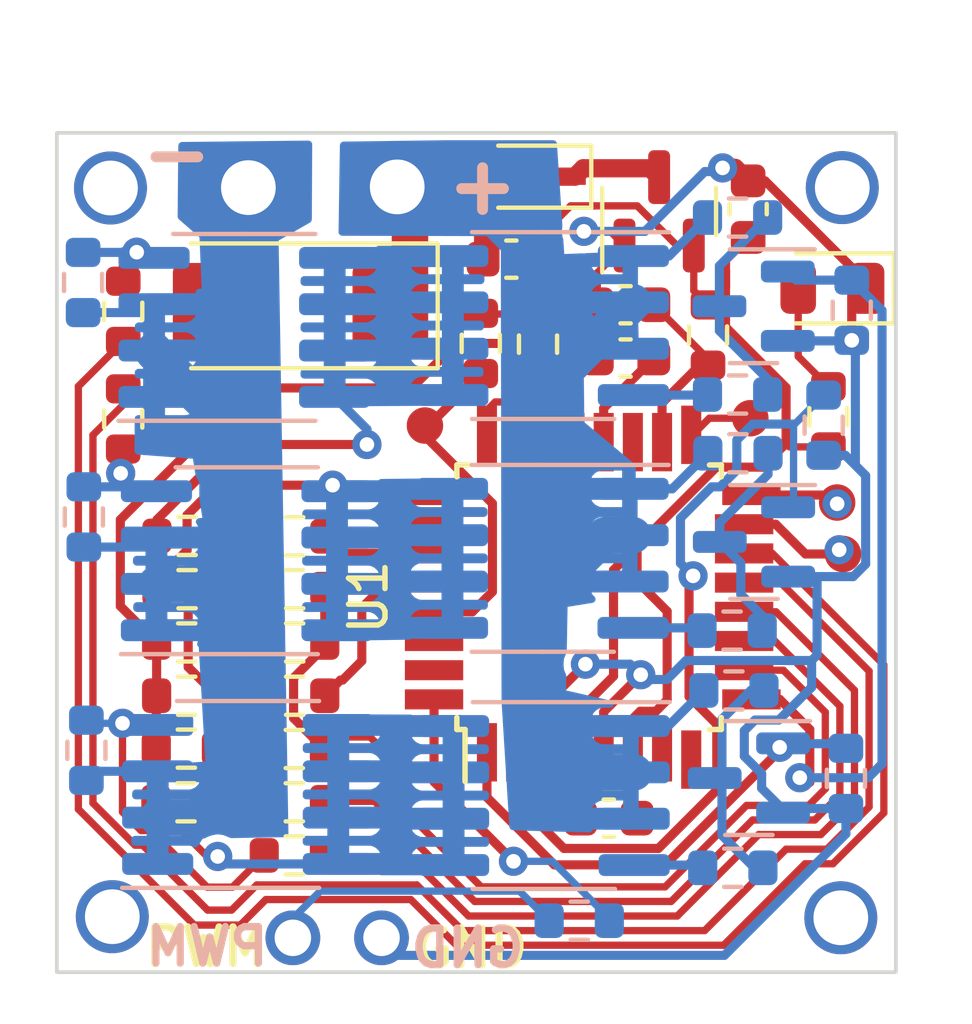
<source format=kicad_pcb>
(kicad_pcb (version 20211014) (generator pcbnew)
  (layers (0 "F.Cu" signal) (31 "B.Cu" signal) (34 "B.Paste" user) (35 "F.Paste" user) (36 "B.SilkS" user "B.Silkscreen") (37 "F.SilkS" user "F.Silkscreen") (38 "B.Mask" user) (39 "F.Mask" user) (44 "Edge.Cuts" user))
  (net 0 "")
  (net 1 "VCC")
  (net 2 "GND")
  (net 3 "Net-(C2-Pad1)")
  (net 4 "+5V")
  (net 5 "Net-(C4-Pad1)")
  (net 6 "Net-(C5-Pad1)")
  (net 7 "Net-(D2-Pad2)")
  (net 8 "Net-(Q1-Pad3)")
  (net 9 "Net-(Q2-Pad3)")
  (net 10 "Net-(Q3-Pad3)")
  (net 11 "/Point_A")
  (net 12 "/Point_B")
  (net 13 "/PRG_RST")
  (net 14 "/ADC_3")
  (net 15 "Net-(R2-Pad2)")
  (net 16 "/ADC_0")
  (net 17 "/ADC_2")
  (net 18 "Net-(R10-Pad1)")
  (net 19 "/ADC_1")
  (net 20 "Net-(R12-Pad1)")
  (net 21 "/Point_C")
  (net 22 "Net-(R16-Pad1)")
  (net 23 "/PIN_OUT")
  (net 24 "Net-(R17-Pad2)")
  (net 25 "/PRG_MOSI")
  (net 26 "/PRG_MISO")
  (net 27 "/PRG_SCK")
  (net 28 "/OUT_A1")
  (net 29 "/OUT_B1")
  (net 30 "/PORT_B6")
  (net 31 "/PORT_B7")
  (net 32 "/OUT_C1")
  (net 33 "/OUT_A0")
  (net 34 "/OUT_B0")
  (net 35 "/OUT_C0")
  (net 38 "/V_DIV")
  (net 39 "/PORT_C2")
  (net 40 "/PORT_C3")
  (net 41 "/RXD")
  (net 42 "/TXD")
  (net 43 "Net-(Q4-Pad4)")
  (net 44 "Net-(Q5-Pad4)")
  (net 45 "Net-(Q6-Pad4)")
  (net 46 "Net-(Q7-Pad4)")
  (net 47 "Net-(Q8-Pad4)")
  (net 48 "Net-(Q9-Pad4)")
  (footprint "Resistor_SMD:R_0603_1608Metric" (layer "F.Cu") (at 38.61 35.83 90)
    (fp_text reference "R16" hide)
    (fp_text value "10k")
  )
  (footprint "Resistor_SMD:R_0603_1608Metric" (layer "F.Cu") (at 31.94 44.005 180)
    (fp_text reference "R3" hide)
    (fp_text value "33k")
  )
  (footprint "Package_TO_SOT_SMD:SOT-23" (layer "F.Cu") (at 41.93 32.19 90)
    (fp_text reference "U2" hide)
    (fp_text value "XC6206PxxxMR")
  )
  (footprint "Package_QFP:TQFP-32_7x7mm_P0.8mm" (layer "F.Cu") (at 40.01 42.765 90)
    (fp_text reference "U1")
    (fp_text value "ATmega8A-A")
  )
  (footprint "Capacitor_Tantalum_SMD:CP_EIA-6032-28_Kemet-C" (layer "F.Cu") (at 32.1 34.78 180)
    (fp_text reference "C1" hide)
    (fp_text value "C_Polarized")
  )
  (footprint "LED_SMD:LED_0805_2012Metric" (layer "F.Cu") (at 46.68 34.3 180)
    (fp_text reference "D2" hide)
    (fp_text value "LED")
  )
  (footprint "Capacitor_SMD:C_0603_1608Metric" (layer "F.Cu") (at 37.88 33.5)
    (fp_text reference "C4" hide)
    (fp_text value "0.1u")
  )
  (footprint "Resistor_SMD:R_0603_1608Metric" (layer "F.Cu") (at 31.93 46.925 180)
    (fp_text reference "R7" hide)
    (fp_text value "33k")
  )
  (footprint "Capacitor_SMD:C_0603_1608Metric" (layer "F.Cu") (at 40.55 48.82 180)
    (fp_text reference "C3" hide)
    (fp_text value "0.1u")
  )
  (footprint "Resistor_SMD:R_0603_1608Metric" (layer "F.Cu") (at 27.24 37.88 -90)
    (fp_text reference "R26" hide)
    (fp_text value "100")
  )
  (footprint "Resistor_SMD:R_0603_1608Metric" (layer "F.Cu") (at 46.57 37.82 90)
    (fp_text reference "R15" hide)
    (fp_text value "10k")
  )
  (footprint "Resistor_SMD:R_0603_1608Metric" (layer "F.Cu") (at 27.24 34.93 90)
    (fp_text reference "R29" hide)
    (fp_text value "100")
  )
  (footprint "Resistor_SMD:R_0603_1608Metric" (layer "F.Cu") (at 37.04 35.81 90)
    (fp_text reference "R1" hide)
    (fp_text value "10k")
  )
  (footprint "Resistor_SMD:R_0603_1608Metric" (layer "F.Cu") (at 28.99 42.545 180)
    (fp_text reference "R10" hide)
    (fp_text value "33k")
  )
  (footprint "Diode_SMD:D_SOD-323" (layer "F.Cu") (at 38.57 31.24 180)
    (fp_text reference "D1" hide)
    (fp_text value "BAT48JFILM")
  )
  (footprint "0_mylib:TestPoint_Pad_D1.0mm" (layer "F.Cu") (at 44.43 37.86)
    (fp_text reference "TP5" hide)
    (fp_text value "TestPoint")
  )
  (footprint "Capacitor_SMD:C_0603_1608Metric" (layer "F.Cu") (at 41.01 36.21 180)
    (fp_text reference "C2" hide)
    (fp_text value "0.1u")
  )
  (footprint "Resistor_SMD:R_0603_1608Metric" (layer "F.Cu") (at 28.97 46.915 180)
    (fp_text reference "R13" hide)
    (fp_text value "12k")
  )
  (footprint "Resistor_SMD:R_0603_1608Metric" (layer "F.Cu") (at 31.94 41.095 180)
    (fp_text reference "R4" hide)
    (fp_text value "33k")
  )
  (footprint "Resistor_SMD:R_0603_1608Metric" (layer "F.Cu") (at 28.99 41.085 180)
    (fp_text reference "R8" hide)
    (fp_text value "33k")
  )
  (footprint "Resistor_SMD:R_0603_1608Metric" (layer "F.Cu") (at 31.94 45.465 180)
    (fp_text reference "R2" hide)
    (fp_text value "33k")
  )
  (footprint "Resistor_SMD:R_0603_1608Metric" (layer "F.Cu") (at 28.96 48.385 180)
    (fp_text reference "R12" hide)
    (fp_text value "33k")
  )
  (footprint "0_mylib:TestPoint_Pad_D1.0mm" (layer "F.Cu") (at 46.81 40.17)
    (fp_text reference "TP4" hide)
    (fp_text value "TestPoint")
  )
  (footprint "0_mylib:TestPoint_Pad_D1.0mm" (layer "F.Cu") (at 35.51 38.06)
    (fp_text reference "TP1" hide)
    (fp_text value "TestPoint")
  )
  (footprint "Resistor_SMD:R_0603_1608Metric" (layer "F.Cu") (at 31.93 48.385 180)
    (fp_text reference "R6" hide)
    (fp_text value "33k")
  )
  (footprint "Capacitor_SMD:C_0603_1608Metric" (layer "F.Cu") (at 41.01 34.75 180)
    (fp_text reference "C5" hide)
    (fp_text value "0.1u")
  )
  (footprint "0_mylib:TestPoint_Pad_D1.0mm" (layer "F.Cu") (at 46.97 41.58)
    (fp_text reference "TP3" hide)
    (fp_text value "TestPoint")
  )
  (footprint "0_mylib:TestPoint_Pad_D1.0mm" (layer "F.Cu") (at 36.75 31.4)
    (fp_text reference "TP2" hide)
    (fp_text value "TestPoint")
  )
  (footprint "Capacitor_SMD:C_0603_1608Metric" (layer "F.Cu") (at 44.37 32.13 90)
    (fp_text reference "C6" hide)
    (fp_text value "0.1u")
  )
  (footprint "Resistor_SMD:R_0603_1608Metric" (layer "F.Cu") (at 28.98 45.465 180)
    (fp_text reference "R9" hide)
    (fp_text value "12k")
  )
  (footprint "Resistor_SMD:R_0603_1608Metric" (layer "F.Cu") (at 43.27 35.58 -90)
    (fp_text reference "R14" hide)
    (fp_text value "100")
  )
  (footprint "Resistor_SMD:R_0603_1608Metric" (layer "F.Cu") (at 31.93 49.84 180)
    (fp_text reference "R23" hide)
    (fp_text value "100")
  )
  (footprint "Resistor_SMD:R_0603_1608Metric" (layer "F.Cu") (at 28.98 44.005 180)
    (fp_text reference "R11" hide)
    (fp_text value "12k")
  )
  (footprint "Resistor_SMD:R_0603_1608Metric" (layer "F.Cu") (at 31.94 42.545 180)
    (fp_text reference "R5" hide)
    (fp_text value "33k")
  )
  (footprint "Package_SO:SOIC-8_3.9x4.9mm_P1.27mm" (layer "B.Cu") (at 30.625 41.765)
    (fp_text reference "Q7" hide)
    (fp_text value "FDS6630A")
  )
  (footprint "Resistor_SMD:R_0603_1608Metric" (layer "B.Cu") (at 39.74 51.63 180)
    (fp_text reference "R17" hide)
    (fp_text value "100")
  )
  (footprint "Package_TO_SOT_SMD:SOT-23" (layer "B.Cu") (at 44.52 34.79 180)
    (fp_text reference "Q3" hide)
    (fp_text value "2N7002")
  )
  (footprint "0_mylib:TestPoint_Pad_D1.0mm" (layer "B.Cu") (at 31.89 52.09 180)
    (fp_text reference "TP6" hide)
    (fp_text value "TestPoint")
  )
  (footprint "Resistor_SMD:R_0603_1608Metric" (layer "B.Cu") (at 46.44 38.05 90)
    (fp_text reference "R19" hide)
    (fp_text value "10k")
  )
  (footprint "Resistor_SMD:R_0603_1608Metric" (layer "B.Cu") (at 26.23 46.96 90)
    (fp_text reference "R30" hide)
    (fp_text value "10k")
  )
  (footprint "Package_SO:SOIC-8_3.9x4.9mm_P1.27mm" (layer "B.Cu") (at 30.66 48.17)
    (fp_text reference "Q5" hide)
    (fp_text value "FDS6630A")
  )
  (footprint "Package_SO:SOIC-8_3.9x4.9mm_P1.27mm" (layer "B.Cu") (at 30.56 35.37)
    (fp_text reference "Q9" hide)
    (fp_text value "FDS6630A")
  )
  (footprint "Resistor_SMD:R_0603_1608Metric" (layer "B.Cu") (at 44.09 38.82 180)
    (fp_text reference "R24" hide)
    (fp_text value "100")
  )
  (footprint "Resistor_SMD:R_0603_1608Metric" (layer "B.Cu") (at 44.08 37.21 180)
    (fp_text reference "R28" hide)
    (fp_text value "100")
  )
  (footprint "Resistor_SMD:R_0603_1608Metric" (layer "B.Cu") (at 43.93 43.68 180)
    (fp_text reference "R25" hide)
    (fp_text value "100")
  )
  (footprint "Resistor_SMD:R_0603_1608Metric" (layer "B.Cu") (at 47.05 47.73 90)
    (fp_text reference "R18" hide)
    (fp_text value "10k")
  )
  (footprint "Resistor_SMD:R_0603_1608Metric" (layer "B.Cu") (at 44.08 32.36 180)
    (fp_text reference "R27" hide)
    (fp_text value "100")
  )
  (footprint "Package_TO_SOT_SMD:SOT-23" (layer "B.Cu") (at 44.53 41.25 180)
    (fp_text reference "Q2" hide)
    (fp_text value "2N7002")
  )
  (footprint "Resistor_SMD:R_0603_1608Metric" (layer "B.Cu") (at 26.16 40.565 90)
    (fp_text reference "R31" hide)
    (fp_text value "10k")
  )
  (footprint "Resistor_SMD:R_0603_1608Metric" (layer "B.Cu") (at 26.14 34.14 90)
    (fp_text reference "R32" hide)
    (fp_text value "10k")
  )
  (footprint "Package_SO:SOIC-8_3.9x4.9mm_P1.27mm" (layer "B.Cu") (at 38.77 48.2 180)
    (fp_text reference "Q4" hide)
    (fp_text value "FDS9435A")
  )
  (footprint "Package_TO_SOT_SMD:SOT-23" (layer "B.Cu") (at 44.39 47.72 180)
    (fp_text reference "Q1" hide)
    (fp_text value "2N7002")
  )
  (footprint "Resistor_SMD:R_0603_1608Metric" (layer "B.Cu") (at 43.95 50.18 180)
    (fp_text reference "R22" hide)
    (fp_text value "100")
  )
  (footprint "Resistor_SMD:R_0603_1608Metric" (layer "B.Cu") (at 47.21 34.9 90)
    (fp_text reference "R20" hide)
    (fp_text value "10k")
  )
  (footprint "Package_SO:SOIC-8_3.9x4.9mm_P1.27mm" (layer "B.Cu") (at 38.74 41.7 180)
    (fp_text reference "Q6" hide)
    (fp_text value "FDS9435A")
  )
  (footprint "Package_SO:SOIC-8_3.9x4.9mm_P1.27mm" (layer "B.Cu") (at 38.75 35.32 180)
    (fp_text reference "Q8" hide)
    (fp_text value "FDS9435A")
  )
  (footprint "Resistor_SMD:R_0603_1608Metric" (layer "B.Cu") (at 43.98 45.32 180)
    (fp_text reference "R21" hide)
    (fp_text value "100")
  )
  (gr_rect (start 25.42 30.04) (end 48.42 53.04) (layer "Edge.Cuts") (width 0.1) (fill none))
  (gr_text "PWM" (at 29.54 52.34) (layer "B.SilkS") (effects (font (size 1 1) (thickness 0.2)) (justify mirror)))
  (gr_text "-" (at 28.71 30.59) (layer "B.SilkS") (effects (font (size 1.5 1.5) (thickness 0.3)) (justify mirror)))
  (gr_text "GND" (at 36.68 52.38) (layer "B.SilkS") (effects (font (size 1 1) (thickness 0.2)) (justify mirror)))
  (gr_text "+" (at 37.09 31.46) (layer "B.SilkS") (effects (font (size 1.5 1.5) (thickness 0.3)) (justify mirror)))
  (gr_text "GND" (at 36.78 52.38) (layer "F.SilkS") (effects (font (size 1 1) (thickness 0.2))))
  (gr_text "PWM" (at 29.51 52.35) (layer "F.SilkS") (effects (font (size 1 1) (thickness 0.2))))
  (via (at 26.89 31.55) (size 2) (drill 1.5) (layers "F.Cu" "B.Cu") (net 0))
  (via (at 46.91 51.55) (size 2) (drill 1.5) (layers "F.Cu" "B.Cu") (net 0))
  (via (at 46.95 31.54) (size 2) (drill 1.5) (layers "F.Cu" "B.Cu") (net 0))
  (via (at 26.94 51.52) (size 2) (drill 1.5) (layers "F.Cu" "B.Cu") (net 0))
  (segment (start 34.75 31.52) (end 34.75 32.18) (width 1) (layer "F.Cu") (net 1))
  (segment (start 37.24 31.52) (end 34.75 31.52) (width 0.25) (layer "F.Cu") (net 1))
  (segment (start 34.75 32.18) (end 35.1 32.53) (width 1) (layer "F.Cu") (net 1))
  (segment (start 37.52 31.24) (end 37.24 31.52) (width 0.25) (layer "F.Cu") (net 1))
  (segment (start 35.1 34.2425) (end 34.5625 34.78) (width 1) (layer "F.Cu") (net 1))
  (segment (start 35.1 32.53) (end 35.1 34.2425) (width 1) (layer "F.Cu") (net 1))
  (via (at 34.75 31.52) (size 2.5) (drill 1.5) (layers "F.Cu" "B.Cu") (net 1))
  (segment (start 38.81 46.82) (end 38.81 42.71) (width 1) (layer "B.Cu") (net 1))
  (segment (start 41.215 39.795) (end 42.29 39.795) (width 0.25) (layer "B.Cu") (net 1))
  (segment (start 41.245 46.295) (end 42.18 46.295) (width 0.25) (layer "B.Cu") (net 1))
  (segment (start 39.555 47.565) (end 38.81 46.82) (width 1) (layer "B.Cu") (net 1))
  (segment (start 41.245 48.835) (end 41.245 46.295) (width 0.25) (layer "B.Cu") (net 1))
  (segment (start 40.455 41.065) (end 38.81 42.71) (width 1) (layer "B.Cu") (net 1))
  (segment (start 41.225 35.955) (end 41.225 33.415) (width 0.25) (layer "B.Cu") (net 1))
  (segment (start 41.215 41.065) (end 40.455 41.065) (width 1) (layer "B.Cu") (net 1))
  (segment (start 42.2 33.415) (end 43.255 32.36) (width 0.25) (layer "B.Cu") (net 1))
  (segment (start 38.81 42.71) (end 38.81 37.1) (width 1) (layer "B.Cu") (net 1))
  (segment (start 38.81 33.772918) (end 38.81 37.1) (width 1) (layer "B.Cu") (net 1))
  (segment (start 41.215 42.335) (end 41.215 39.795) (width 0.25) (layer "B.Cu") (net 1))
  (segment (start 38.81 37.1) (end 41.225 34.685) (width 1) (layer "B.Cu") (net 1))
  (segment (start 41.245 47.565) (end 39.555 47.565) (width 1) (layer "B.Cu") (net 1))
  (segment (start 42.29 39.795) (end 43.265 38.82) (width 0.25) (layer "B.Cu") (net 1))
  (segment (start 34.75 31.52) (end 36.557082 31.52) (width 1) (layer "B.Cu") (net 1))
  (segment (start 42.18 46.295) (end 43.155 45.32) (width 0.25) (layer "B.Cu") (net 1))
  (segment (start 36.557082 31.52) (end 38.81 33.772918) (width 1) (layer "B.Cu") (net 1))
  (segment (start 41.225 33.415) (end 42.2 33.415) (width 0.25) (layer "B.Cu") (net 1))
  (segment (start 29.6375 34.78) (end 29.6375 36.1475) (width 0.25) (layer "F.Cu") (net 2))
  (segment (start 41.4255 44.89) (end 40.41 45.9055) (width 0.25) (layer "F.Cu") (net 2))
  (segment (start 30.67 31.54) (end 30.67 33.7475) (width 1) (layer "F.Cu") (net 2))
  (segment (start 47.21 33.73) (end 44.835 31.355) (width 0.25) (layer "F.Cu") (net 2))
  (segment (start 40.41 45.9055) (end 40.41 47.015) (width 0.25) (layer "F.Cu") (net 2))
  (segment (start 40.235 33.8725) (end 40.98 33.1275) (width 0.2) (layer "F.Cu") (net 2))
  (segment (start 38.81 47.855) (end 39.775 48.82) (width 0.25) (layer "F.Cu") (net 2))
  (segment (start 40.235 34.75) (end 40.235 33.8725) (width 0.2) (layer "F.Cu") (net 2))
  (segment (start 38.655 33.5) (end 40.6075 33.5) (width 0.2) (layer "F.Cu") (net 2))
  (segment (start 28.155 45.465) (end 28.145 45.475) (width 0.25) (layer "F.Cu") (net 2))
  (segment (start 40.4 36.045) (end 40.4 34.615) (width 0.25) (layer "F.Cu") (net 2))
  (segment (start 39.61 36.835) (end 40.235 36.21) (width 0.25) (layer "F.Cu") (net 2))
  (segment (start 28.145 45.475) (end 28.145 46.915) (width 0.25) (layer "F.Cu") (net 2))
  (segment (start 38.81 47.015) (end 38.81 47.855) (width 0.25) (layer "F.Cu") (net 2))
  (segment (start 35.15 37.03) (end 36.37 35.81) (width 0.25) (layer "F.Cu") (net 2))
  (segment (start 27.16 40.64) (end 30.52 37.28) (width 0.25) (layer "F.Cu") (net 2))
  (segment (start 30.67 33.7475) (end 29.6375 34.78) (width 1) (layer "F.Cu") (net 2))
  (segment (start 40.6075 33.5) (end 40.98 33.1275) (width 0.2) (layer "F.Cu") (net 2))
  (segment (start 39.61 38.515) (end 39.61 36.835) (width 0.25) (layer "F.Cu") (net 2))
  (segment (start 40.235 36.21) (end 40.4 36.045) (width 0.25) (layer "F.Cu") (net 2))
  (segment (start 28.155 44.005) (end 28.155 45.465) (width 0.25) (layer "F.Cu") (net 2))
  (segment (start 30.52 37.28) (end 30.52 37.03) (width 0.25) (layer "F.Cu") (net 2))
  (segment (start 40.591044 32.738544) (end 40.98 33.1275) (width 0.2) (layer "F.Cu") (net 2))
  (segment (start 39.835 35.81) (end 40.235 36.21) (width 0.25) (layer "F.Cu") (net 2))
  (segment (start 36.37 35.81) (end 39.835 35.81) (width 0.25) (layer "F.Cu") (net 2))
  (segment (start 44.015 31) (end 43.67 31) (width 0.5) (layer "F.Cu") (net 2))
  (segment (start 28.155 44.005) (end 27.16 43.01) (width 0.25) (layer "F.Cu") (net 2))
  (segment (start 38.81 47.015) (end 38.81 45.7) (width 0.25) (layer "F.Cu") (net 2))
  (segment (start 29.6375 36.1475) (end 30.52 37.03) (width 0.25) (layer "F.Cu") (net 2))
  (segment (start 30.52 37.03) (end 35.15 37.03) (width 0.25) (layer "F.Cu") (net 2))
  (segment (start 44.835 31.355) (end 44.37 31.355) (width 0.25) (layer "F.Cu") (net 2))
  (segment (start 44.37 31.355) (end 44.015 31) (width 0.5) (layer "F.Cu") (net 2))
  (segment (start 27.16 43.01) (end 27.16 40.64) (width 0.25) (layer "F.Cu") (net 2))
  (segment (start 38.81 45.7) (end 39.91 44.6) (width 0.25) (layer "F.Cu") (net 2))
  (segment (start 39.866525 32.738544) (end 40.591044 32.738544) (width 0.2) (layer "F.Cu") (net 2))
  (segment (start 47.21 35.725) (end 47.21 33.73) (width 0.25) (layer "F.Cu") (net 2))
  (via (at 30.67 31.54) (size 2.5) (drill 1.5) (layers "F.Cu" "B.Cu") (net 2))
  (via (at 47.21 35.725) (size 0.8) (drill 0.4) (layers "F.Cu" "B.Cu") (net 2))
  (via (at 39.866525 32.738544) (size 0.8) (drill 0.4) (layers "F.Cu" "B.Cu") (net 2))
  (via (at 34.32 52.0995) (size 1.5) (drill 1) (layers "F.Cu" "B.Cu") (net 2))
  (via (at 41.4255 44.89) (size 0.8) (drill 0.4) (layers "F.Cu" "B.Cu") (net 2))
  (via (at 43.67 31) (size 0.8) (drill 0.4) (layers "F.Cu" "B.Cu") (net 2))
  (via (at 39.91 44.6) (size 0.8) (drill 0.4) (layers "F.Cu" "B.Cu") (net 2))
  (segment (start 30.55 38.53) (end 28.085 36.065) (width 1) (layer "B.Cu") (net 2))
  (segment (start 45.212462 46.13) (end 46.11 45.232462) (width 0.25) (layer "B.Cu") (net 2))
  (segment (start 47.035 38.875) (end 46.44 38.875) (width 0.25) (layer "B.Cu") (net 2))
  (segment (start 30.55 40.98) (end 30.55 38.53) (width 1) (layer "B.Cu") (net 2))
  (segment (start 43.18 31.1) (end 41.541456 32.738544) (width 0.25) (layer "B.Cu") (net 2))
  (segment (start 28.15 41.13) (end 28.15 43.67) (width 0.25) (layer "B.Cu") (net 2))
  (segment (start 34.8005 52.58) (end 43.72 52.58) (width 0.25) (layer "B.Cu") (net 2))
  (segment (start 44.74 48) (end 44.74 47.598249) (width 0.25) (layer "B.Cu") (net 2))
  (segment (start 41.1355 44.6) (end 41.4255 44.89) (width 0.25) (layer "B.Cu") (net 2))
  (segment (start 43.57 31.1) (end 43.18 31.1) (width 0.25) (layer "B.Cu") (net 2))
  (segment (start 42.1455 45.02) (end 42.6655 44.5) (width 0.25) (layer "B.Cu") (net 2))
  (segment (start 28.185 47.535) (end 28.185 50.075) (width 0.25) (layer "B.Cu") (net 2))
  (segment (start 47.05 49.25) (end 47.05 48.555) (width 0.25) (layer "B.Cu") (net 2))
  (segment (start 28.15 42.4) (end 29.13 42.4) (width 1) (layer "B.Cu") (net 2))
  (segment (start 29.555 48.805) (end 30.55 47.81) (width 1) (layer "B.Cu") (net 2))
  (segment (start 44.74 47.598249) (end 44.265 47.123249) (width 0.25) (layer "B.Cu") (net 2))
  (segment (start 45.4675 42.2) (end 47.25 42.2) (width 0.25) (layer "B.Cu") (net 2))
  (segment (start 43.72 52.58) (end 47.05 49.25) (width 0.25) (layer "B.Cu") (net 2))
  (segment (start 30.55 47.81) (end 30.55 40.98) (width 1) (layer "B.Cu") (net 2))
  (segment (start 41.4255 44.89) (end 41.5555 45.02) (width 0.25) (layer "B.Cu") (net 2))
  (segment (start 45.4575 35.74) (end 47.195 35.74) (width 0.25) (layer "B.Cu") (net 2))
  (segment (start 45.3275 48.67) (end 45.3275 48.5875) (width 0.25) (layer "B.Cu") (net 2))
  (segment (start 42.6655 44.5) (end 46.11 44.5) (width 0.25) (layer "B.Cu") (net 2))
  (segment (start 34.32 52.0995) (end 34.8005 52.58) (width 0.25) (layer "B.Cu") (net 2))
  (segment (start 44.265 47.123249) (end 44.265 46.423249) (width 0.25) (layer "B.Cu") (net 2))
  (segment (start 47.05 48.555) (end 45.4425 48.555) (width 0.25) (layer "B.Cu") (net 2))
  (segment (start 47.195 35.74) (end 47.21 35.725) (width 0.25) (layer "B.Cu") (net 2))
  (segment (start 45.3275 48.5875) (end 44.74 48) (width 0.25) (layer "B.Cu") (net 2))
  (segment (start 28.185 48.805) (end 29.555 48.805) (width 1) (layer "B.Cu") (net 2))
  (segment (start 27.855 34.965) (end 28.085 34.735) (width 0.25) (layer "B.Cu") (net 2))
  (segment (start 47.31 35.825) (end 47.21 35.725) (width 0.25) (layer "B.Cu") (net 2))
  (segment (start 47.25 42.2) (end 47.5905 41.8595) (width 0.25) (layer "B.Cu") (net 2))
  (segment (start 26.48 47.535) (end 26.23 47.785) (width 0.25) (layer "B.Cu") (net 2))
  (segment (start 27.89 41.39) (end 28.15 41.13) (width 0.25) (layer "B.Cu") (net 2))
  (segment (start 46.11 44.5) (end 46.26 44.35) (width 0.25) (layer "B.Cu") (net 2))
  (segment (start 30.67 31.54) (end 30.55 31.66) (width 1) (layer "B.Cu") (net 2))
  (segment (start 30.55 31.66) (end 30.55 38.53) (width 1) (layer "B.Cu") (net 2))
  (segment (start 47.5905 41.8595) (end 47.5905 39.4305) (width 0.25) (layer "B.Cu") (net 2))
  (segment (start 28.185 47.535) (end 26.48 47.535) (width 0.25) (layer "B.Cu") (net 2))
  (segment (start 43.67 31) (end 43.57 31.1) (width 0.25) (layer "B.Cu") (net 2))
  (segment (start 47.5905 39.4305) (end 47.035 38.875) (width 0.25) (layer "B.Cu") (net 2))
  (segment (start 46.11 45.232462) (end 46.11 44.5) (width 0.25) (layer "B.Cu") (net 2))
  (segment (start 29.13 42.4) (end 30.55 40.98) (width 1) (layer "B.Cu") (net 2))
  (segment (start 26.14 34.965) (end 27.855 34.965) (width 0.25) (layer "B.Cu") (net 2))
  (segment (start 47.3 39.12) (end 47.31 39.11) (width 0.25) (layer "B.Cu") (net 2))
  (segment (start 45.4425 48.555) (end 45.3275 48.67) (width 0.25) (layer "B.Cu") (net 2))
  (segment (start 39.91 44.6) (end 41.1355 44.6) (width 0.25) (layer "B.Cu") (net 2))
  (segment (start 47.31 39.11) (end 47.31 35.825) (width 0.25) (layer "B.Cu") (net 2))
  (segment (start 46.26 44.35) (end 46.26 42.2) (width 0.25) (layer "B.Cu") (net 2))
  (segment (start 44.265 46.423249) (end 44.558249 46.13) (width 0.25) (layer "B.Cu") (net 2))
  (segment (start 41.541456 32.738544) (end 39.866525 32.738544) (width 0.25) (layer "B.Cu") (net 2))
  (segment (start 44.558249 46.13) (end 45.212462 46.13) (width 0.25) (layer "B.Cu") (net 2))
  (segment (start 26.16 41.39) (end 27.89 41.39) (width 0.25) (layer "B.Cu") (net 2))
  (segment (start 28.085 36.065) (end 28.085 36.005) (width 1) (layer "B.Cu") (net 2))
  (segment (start 41.5555 45.02) (end 42.1455 45.02) (width 0.25) (layer "B.Cu") (net 2))
  (segment (start 28.085 34.735) (end 28.085 37.275) (width 0.25) (layer "B.Cu") (net 2))
  (segment (start 40.41 37.585) (end 41.785 36.21) (width 0.25) (layer "F.Cu") (net 3))
  (segment (start 40.41 38.515) (end 40.41 37.585) (width 0.25) (layer "F.Cu") (net 3))
  (segment (start 37.905 33.195) (end 37.9 33.19) (width 0.2) (layer "F.Cu") (net 4))
  (segment (start 45.41 37.02) (end 45.41 38.55) (width 0.25) (layer "F.Cu") (net 4))
  (segment (start 45.41 38.55) (end 44.76 39.2) (width 0.25) (layer "F.Cu") (net 4))
  (segment (start 43.75 33.825) (end 43.75 34.275) (width 0.25) (layer "F.Cu") (net 4))
  (segment (start 43.75 33.825) (end 43.75 33.525) (width 0.25) (layer "F.Cu") (net 4))
  (segment (start 38.61 35.005) (end 37.815 35.005) (width 0.2) (layer "F.Cu") (net 4))
  (segment (start 41.325 41.375) (end 41.575 41.125) (width 0.25) (layer "F.Cu") (net 4))
  (segment (start 40.68 42.02) (end 40.68 44.93) (width 0.25) (layer "F.Cu") (net 4))
  (segment (start 41.41 45.89) (end 41.84 45.89) (width 0.25) (layer "F.Cu") (net 4))
  (segment (start 39.506456 32.038544) (end 40.156475 32.038544) (width 0.2) (layer "F.Cu") (net 4))
  (segment (start 40.68 44.93) (end 39.61 46) (width 0.25) (layer "F.Cu") (net 4))
  (segment (start 41.575 41.125) (end 40.68 42.02) (width 0.25) (layer "F.Cu") (net 4))
  (segment (start 41.33 32.04) (end 42.4175 33.1275) (width 0.2) (layer "F.Cu") (net 4))
  (segment (start 41.21 48.705) (end 41.325 48.82) (width 0.25) (layer "F.Cu") (net 4))
  (segment (start 43.75 35.36) (end 45.41 37.02) (width 0.25) (layer "F.Cu") (net 4))
  (segment (start 38.2 32.5) (end 39.045 32.5) (width 0.2) (layer "F.Cu") (net 4))
  (segment (start 41.21 46.09) (end 41.41 45.89) (width 0.25) (layer "F.Cu") (net 4))
  (segment (start 37.815 35.005) (end 37.905 34.915) (width 0.2) (layer "F.Cu") (net 4))
  (segment (start 43.75 33.525) (end 44.37 32.905) (width 0.25) (layer "F.Cu") (net 4))
  (segment (start 43.5 39.2) (end 41.575 41.125) (width 0.25) (layer "F.Cu") (net 4))
  (segment (start 41.84 45.89) (end 42.15 45.58) (width 0.25) (layer "F.Cu") (net 4))
  (segment (start 43.75 33.825) (end 43.75 35.36) (width 0.25) (layer "F.Cu") (net 4))
  (segment (start 41.21 47.015) (end 41.21 46.09) (width 0.25) (layer "F.Cu") (net 4))
  (segment (start 41.325 42.325) (end 41.325 41.375) (width 0.25) (layer "F.Cu") (net 4))
  (segment (start 39.045 32.5) (end 39.506456 32.038544) (width 0.2) (layer "F.Cu") (net 4))
  (segment (start 39.61 46) (end 39.61 47.015) (width 0.25) (layer "F.Cu") (net 4))
  (segment (start 37.9 33.19) (end 37.9 32.8) (width 0.2) (layer "F.Cu") (net 4))
  (segment (start 46.57 38.645) (end 45.505 38.645) (width 0.2) (layer "F.Cu") (net 4))
  (segment (start 37.905 34.915) (end 37.905 33.195) (width 0.2) (layer "F.Cu") (net 4))
  (segment (start 44.76 39.2) (end 43.5 39.2) (width 0.25) (layer "F.Cu") (net 4))
  (segment (start 42.15 43.15) (end 41.325 42.325) (width 0.25) (layer "F.Cu") (net 4))
  (segment (start 42.4175 33.1275) (end 42.88 33.1275) (width 0.2) (layer "F.Cu") (net 4))
  (segment (start 40.157931 32.04) (end 41.33 32.04) (width 0.2) (layer "F.Cu") (net 4))
  (segment (start 42.15 45.58) (end 42.15 43.15) (width 0.25) (layer "F.Cu") (net 4))
  (segment (start 42.88 33.1275) (end 42.88 34.365) (width 0.2) (layer "F.Cu") (net 4))
  (segment (start 42.83 33.0775) (end 42.88 33.1275) (width 0.2) (layer "F.Cu") (net 4))
  (segment (start 37.06 35.005) (end 37.04 34.985) (width 0.2) (layer "F.Cu") (net 4))
  (segment (start 41.21 47.015) (end 41.21 48.705) (width 0.25) (layer "F.Cu") (net 4))
  (segment (start 43.75 34.275) (end 43.27 34.755) (width 0.25) (layer "F.Cu") (net 4))
  (segment (start 37.815 35.005) (end 37.06 35.005) (width 0.2) (layer "F.Cu") (net 4))
  (segment (start 37.9 32.8) (end 38.2 32.5) (width 0.2) (layer "F.Cu") (net 4))
  (segment (start 45.505 38.645) (end 45.41 38.55) (width 0.2) (layer "F.Cu") (net 4))
  (segment (start 42.88 34.365) (end 43.27 34.755) (width 0.2) (layer "F.Cu") (net 4))
  (segment (start 40.156475 32.038544) (end 40.157931 32.04) (width 0.2) (layer "F.Cu") (net 4))
  (segment (start 39.85 31.01) (end 41.6875 31.01) (width 0.5) (layer "F.Cu") (net 5))
  (segment (start 37.105 33.5) (end 37.105 32.817182) (width 0.5) (layer "F.Cu") (net 5))
  (segment (start 41.6875 31.01) (end 41.93 31.2525) (width 0.5) (layer "F.Cu") (net 5))
  (segment (start 37.105 32.817182) (end 38.682182 31.24) (width 0.5) (layer "F.Cu") (net 5))
  (segment (start 39.62 31.24) (end 39.85 31.01) (width 0.5) (layer "F.Cu") (net 5))
  (segment (start 38.682182 31.24) (end 39.62 31.24) (width 0.5) (layer "F.Cu") (net 5))
  (segment (start 41.785 34.75) (end 43.27 36.235) (width 0.2) (layer "F.Cu") (net 6))
  (segment (start 43.045 36.405) (end 43.27 36.405) (width 0.25) (layer "F.Cu") (net 6))
  (segment (start 43.27 36.235) (end 43.27 36.405) (width 0.2) (layer "F.Cu") (net 6))
  (segment (start 42.01 38.515) (end 42.01 37.44) (width 0.25) (layer "F.Cu") (net 6))
  (segment (start 42.01 37.44) (end 43.045 36.405) (width 0.25) (layer "F.Cu") (net 6))
  (segment (start 45.7425 36.1675) (end 46.57 36.995) (width 0.2) (layer "F.Cu") (net 7))
  (segment (start 45.7425 34.3) (end 45.7425 36.1675) (width 0.2) (layer "F.Cu") (net 7))
  (segment (start 44.44 45.32) (end 44.805 45.32) (width 0.25) (layer "B.Cu") (net 8))
  (segment (start 44.542462 50.18) (end 43.6525 49.290038) (width 0.25) (layer "B.Cu") (net 8))
  (segment (start 43.6525 46.1075) (end 44.44 45.32) (width 0.25) (layer "B.Cu") (net 8))
  (segment (start 43.6525 49.290038) (end 43.6525 46.1075) (width 0.25) (layer "B.Cu") (net 8))
  (segment (start 44.775 50.18) (end 44.542462 50.18) (width 0.25) (layer "B.Cu") (net 8))
  (segment (start 44.755 43.68) (end 44.755 43.275) (width 0.25) (layer "B.Cu") (net 9))
  (segment (start 44.755 43.275) (end 44.17 42.69) (width 0.25) (layer "B.Cu") (net 9))
  (segment (start 44.915 39.3975) (end 44.915 38.82) (width 0.25) (layer "B.Cu") (net 9))
  (segment (start 44.17 41.8275) (end 43.5925 41.25) (width 0.25) (layer "B.Cu") (net 9))
  (segment (start 44.17 42.69) (end 44.17 41.8275) (width 0.25) (layer "B.Cu") (net 9))
  (segment (start 43.5925 41.25) (end 43.5925 40.72) (width 0.25) (layer "B.Cu") (net 9))
  (segment (start 43.5925 40.72) (end 44.915 39.3975) (width 0.25) (layer "B.Cu") (net 9))
  (segment (start 44.905 36.785) (end 43.5825 35.4625) (width 0.25) (layer "B.Cu") (net 10))
  (segment (start 43.5825 35.4625) (end 43.5825 34.79) (width 0.25) (layer "B.Cu") (net 10))
  (segment (start 43.5825 33.6825) (end 44.905 32.36) (width 0.25) (layer "B.Cu") (net 10))
  (segment (start 43.5825 34.79) (end 43.5825 33.6825) (width 0.25) (layer "B.Cu") (net 10))
  (segment (start 44.905 37.21) (end 44.905 36.785) (width 0.25) (layer "B.Cu") (net 10))
  (segment (start 28.215 48.385) (end 28.135 48.385) (width 0.25) (layer "F.Cu") (net 11))
  (segment (start 29.829044 49.869801) (end 29.539801 49.869801) (width 0.2) (layer "F.Cu") (net 11))
  (segment (start 29.539801 49.869801) (end 28.135 48.465) (width 0.2) (layer "F.Cu") (net 11))
  (segment (start 28.135 48.465) (end 28.135 48.385) (width 0.2) (layer "F.Cu") (net 11))
  (via (at 29.829044 49.869801) (size 0.8) (drill 0.4) (layers "F.Cu" "B.Cu") (net 11))
  (segment (start 29.829044 49.869801) (end 30.034243 50.075) (width 0.25) (layer "B.Cu") (net 11))
  (segment (start 33.255 46.385) (end 36.205 46.385) (width 0.25) (layer "B.Cu") (net 11))
  (segment (start 30.034243 50.075) (end 33.135 50.075) (width 0.25) (layer "B.Cu") (net 11))
  (segment (start 36.205 47.655) (end 36.295 47.565) (width 0.25) (layer "B.Cu") (net 11))
  (segment (start 36.205 50.195) (end 36.295 50.105) (width 0.25) (layer "B.Cu") (net 11))
  (segment (start 33.135 50.075) (end 33.135 46.265) (width 0.25) (layer "B.Cu") (net 11))
  (segment (start 36.295 50.105) (end 36.295 46.295) (width 0.25) (layer "B.Cu") (net 11))
  (segment (start 36.205 46.385) (end 36.295 46.295) (width 0.25) (layer "B.Cu") (net 11))
  (segment (start 33.135 50.075) (end 33.255 50.195) (width 0.25) (layer "B.Cu") (net 11))
  (segment (start 33.135 46.265) (end 33.255 46.385) (width 0.25) (layer "B.Cu") (net 11))
  (segment (start 33.135 48.805) (end 33.255 48.925) (width 0.25) (layer "B.Cu") (net 11))
  (segment (start 33.135 47.535) (end 33.255 47.655) (width 0.25) (layer "B.Cu") (net 11))
  (segment (start 33.255 48.925) (end 36.205 48.925) (width 0.25) (layer "B.Cu") (net 11))
  (segment (start 33.255 47.655) (end 36.205 47.655) (width 0.25) (layer "B.Cu") (net 11))
  (segment (start 33.255 50.195) (end 36.205 50.195) (width 0.25) (layer "B.Cu") (net 11))
  (segment (start 36.205 48.925) (end 36.295 48.835) (width 0.25) (layer "B.Cu") (net 11))
  (segment (start 29.81 39.695) (end 28.99 40.515) (width 0.25) (layer "F.Cu") (net 12))
  (segment (start 28.99 41.477462) (end 28.165 42.302462) (width 0.25) (layer "F.Cu") (net 12))
  (segment (start 28.99 40.515) (end 28.99 41.477462) (width 0.25) (layer "F.Cu") (net 12))
  (segment (start 28.165 42.302462) (end 28.165 42.545) (width 0.25) (layer "F.Cu") (net 12))
  (segment (start 32.98 39.695) (end 29.81 39.695) (width 0.25) (layer "F.Cu") (net 12))
  (via (at 32.98 39.695) (size 0.8) (drill 0.4) (layers "F.Cu" "B.Cu") (net 12))
  (segment (start 33.1 43.67) (end 36.2 43.67) (width 0.25) (layer "B.Cu") (net 12))
  (segment (start 33.1 39.86) (end 36.2 39.86) (width 0.25) (layer "B.Cu") (net 12))
  (segment (start 33.1 39.86) (end 33.1 43.67) (width 0.25) (layer "B.Cu") (net 12))
  (segment (start 36.2 39.86) (end 36.265 39.795) (width 0.25) (layer "B.Cu") (net 12))
  (segment (start 36.265 43.605) (end 36.265 39.795) (width 0.25) (layer "B.Cu") (net 12))
  (segment (start 36.2 43.67) (end 36.265 43.605) (width 0.25) (layer "B.Cu") (net 12))
  (segment (start 33.1 39.86) (end 34.53 39.86) (width 0.25) (layer "B.Cu") (net 12))
  (segment (start 35.51 38.345) (end 35.51 38.06) (width 0.25) (layer "F.Cu") (net 13))
  (segment (start 35.76 43.165) (end 36.81 43.165) (width 0.25) (layer "F.Cu") (net 13))
  (segment (start 36.81 43.165) (end 37.36 42.615) (width 0.25) (layer "F.Cu") (net 13))
  (segment (start 35.51 38.06) (end 35.615 38.06) (width 0.25) (layer "F.Cu") (net 13))
  (segment (start 35.615 38.06) (end 37.04 36.635) (width 0.25) (layer "F.Cu") (net 13))
  (segment (start 37.36 42.615) (end 37.36 40.195) (width 0.25) (layer "F.Cu") (net 13))
  (segment (start 37.36 40.195) (end 35.51 38.345) (width 0.25) (layer "F.Cu") (net 13))
  (segment (start 33.78 44.51) (end 33.255 45.035) (width 0.25) (layer "F.Cu") (net 14))
  (segment (start 33.78 43.055) (end 33.78 44.51) (width 0.25) (layer "F.Cu") (net 14))
  (segment (start 35.76 42.365) (end 34.47 42.365) (width 0.25) (layer "F.Cu") (net 14))
  (segment (start 34.47 42.365) (end 33.78 43.055) (width 0.25) (layer "F.Cu") (net 14))
  (segment (start 33.255 45.035) (end 33.195 45.035) (width 0.25) (layer "F.Cu") (net 14))
  (segment (start 33.195 45.035) (end 32.765 45.465) (width 0.25) (layer "F.Cu") (net 14))
  (segment (start 29.41 41.745) (end 29.397538 41.745) (width 0.25) (layer "F.Cu") (net 15))
  (segment (start 29.805 45.465) (end 31.115 45.465) (width 0.25) (layer "F.Cu") (net 15))
  (segment (start 29.397538 41.745) (end 29.02 42.122538) (width 0.25) (layer "F.Cu") (net 15))
  (segment (start 29.02 44.68) (end 29.805 45.465) (width 0.25) (layer "F.Cu") (net 15))
  (segment (start 29.02 42.122538) (end 29.02 44.68) (width 0.25) (layer "F.Cu") (net 15))
  (segment (start 31.115 44.005) (end 31.115 45.465) (width 0.25) (layer "F.Cu") (net 15))
  (segment (start 29.815 41.085) (end 29.815 41.34) (width 0.25) (layer "F.Cu") (net 15))
  (segment (start 29.815 41.34) (end 29.41 41.745) (width 0.25) (layer "F.Cu") (net 15))
  (segment (start 31.91 46.08) (end 31.91 44.975) (width 0.25) (layer "F.Cu") (net 16))
  (segment (start 44.327436 48.47) (end 42.095137 50.702299) (width 0.2) (layer "F.Cu") (net 16))
  (segment (start 32.765 44.005) (end 32.765 42.545) (width 0.25) (layer "F.Cu") (net 16))
  (segment (start 42.095137 50.702299) (end 37.052299 50.702299) (width 0.2) (layer "F.Cu") (net 16))
  (segment (start 33.085 46.595) (end 32.755 46.925) (width 0.25) (layer "F.Cu") (net 16))
  (segment (start 34.64 48.29) (end 34.64 47.23) (width 0.2) (layer "F.Cu") (net 16))
  (segment (start 34.64 47.23) (end 34.005 46.595) (width 0.2) (layer "F.Cu") (net 16))
  (segment (start 33.145 46.595) (end 33.085 46.595) (width 0.25) (layer "F.Cu") (net 16))
  (segment (start 46.031041 48.47) (end 44.327436 48.47) (width 0.2) (layer "F.Cu") (net 16))
  (segment (start 37.052299 50.702299) (end 34.64 48.29) (width 0.2) (layer "F.Cu") (net 16))
  (segment (start 46.485 45.915) (end 46.485 48.016041) (width 0.2) (layer "F.Cu") (net 16))
  (segment (start 32.765 44.12) (end 32.765 44.005) (width 0.25) (layer "F.Cu") (net 16))
  (segment (start 44.26 44.765) (end 45.335 44.765) (width 0.2) (layer "F.Cu") (net 16))
  (segment (start 32.755 46.925) (end 31.91 46.08) (width 0.25) (layer "F.Cu") (net 16))
  (segment (start 34.005 46.595) (end 33.145 46.595) (width 0.2) (layer "F.Cu") (net 16))
  (segment (start 31.91 44.975) (end 32.765 44.12) (width 0.25) (layer "F.Cu") (net 16))
  (segment (start 45.335 44.765) (end 46.485 45.915) (width 0.2) (layer "F.Cu") (net 16))
  (segment (start 46.485 48.016041) (end 46.031041 48.47) (width 0.2) (layer "F.Cu") (net 16))
  (segment (start 35.76 41.565) (end 33.235 41.565) (width 0.25) (layer "F.Cu") (net 17))
  (segment (start 33.235 41.565) (end 32.765 41.095) (width 0.25) (layer "F.Cu") (net 17))
  (segment (start 29.815 43.995) (end 29.815 42.545) (width 0.25) (layer "F.Cu") (net 18))
  (segment (start 29.805 44.005) (end 29.815 43.995) (width 0.25) (layer "F.Cu") (net 18))
  (segment (start 31.115 42.545) (end 31.115 41.095) (width 0.25) (layer "F.Cu") (net 18))
  (segment (start 29.815 42.545) (end 31.115 42.545) (width 0.25) (layer "F.Cu") (net 18))
  (segment (start 34.13 48.36) (end 32.78 48.36) (width 0.2) (layer "F.Cu") (net 19))
  (segment (start 32.725 48.3) (end 32.755 48.33) (width 0.25) (layer "F.Cu") (net 19))
  (segment (start 44.493122 48.87) (end 42.260822 51.102299) (width 0.2) (layer "F.Cu") (net 19))
  (segment (start 36.872299 51.102299) (end 34.13 48.36) (width 0.2) (layer "F.Cu") (net 19))
  (segment (start 46.196727 48.87) (end 44.493122 48.87) (width 0.2) (layer "F.Cu") (net 19))
  (segment (start 46.885 48.181727) (end 46.196727 48.87) (width 0.2) (layer "F.Cu") (net 19))
  (segment (start 32.78 48.36) (end 32.755 48.385) (width 0.2) (layer "F.Cu") (net 19))
  (segment (start 46.885 45.749315) (end 46.885 48.181727) (width 0.2) (layer "F.Cu") (net 19))
  (segment (start 32.755 48.33) (end 32.755 48.385) (width 0.25) (layer "F.Cu") (net 19))
  (segment (start 45.100686 43.965) (end 46.885 45.749315) (width 0.2) (layer "F.Cu") (net 19))
  (segment (start 42.260822 51.102299) (end 36.872299 51.102299) (width 0.2) (layer "F.Cu") (net 19))
  (segment (start 44.26 43.965) (end 45.100686 43.965) (width 0.2) (layer "F.Cu") (net 19))
  (segment (start 31.105 46.925) (end 31.105 48.385) (width 0.25) (layer "F.Cu") (net 20))
  (segment (start 29.785 46.925) (end 29.795 46.915) (width 0.25) (layer "F.Cu") (net 20))
  (segment (start 29.785 48.385) (end 29.785 46.925) (width 0.25) (layer "F.Cu") (net 20))
  (segment (start 31.105 48.385) (end 29.785 48.385) (width 0.25) (layer "F.Cu") (net 20))
  (segment (start 29.795 46.915) (end 31.095 46.915) (width 0.25) (layer "F.Cu") (net 20))
  (segment (start 31.095 46.915) (end 31.105 46.925) (width 0.25) (layer "F.Cu") (net 20))
  (segment (start 30.225 38.58) (end 28.165 40.64) (width 0.25) (layer "F.Cu") (net 21))
  (segment (start 33.92 38.58) (end 30.225 38.58) (width 0.25) (layer "F.Cu") (net 21))
  (segment (start 28.165 40.64) (end 28.165 41.085) (width 0.25) (layer "F.Cu") (net 21))
  (via (at 33.92 38.58) (size 0.8) (drill 0.4) (layers "F.Cu" "B.Cu") (net 21))
  (segment (start 36.275 33.415) (end 33.085 33.415) (width 0.25) (layer "B.Cu") (net 21))
  (segment (start 33.92 38.16) (end 33.035 37.275) (width 0.25) (layer "B.Cu") (net 21))
  (segment (start 33.085 33.415) (end 33.035 33.465) (width 0.25) (layer "B.Cu") (net 21))
  (segment (start 33.035 37.275) (end 33.045 37.285) (width 0.25) (layer "B.Cu") (net 21))
  (segment (start 33.035 37.275) (end 34.495 37.275) (width 0.25) (layer "B.Cu") (net 21))
  (segment (start 36.215 37.285) (end 36.275 37.225) (width 0.25) (layer "B.Cu") (net 21))
  (segment (start 36.275 37.225) (end 36.275 33.415) (width 0.25) (layer "B.Cu") (net 21))
  (segment (start 33.035 33.465) (end 33.035 37.275) (width 0.25) (layer "B.Cu") (net 21))
  (segment (start 33.92 38.58) (end 33.92 38.16) (width 0.25) (layer "B.Cu") (net 21))
  (segment (start 33.045 37.285) (end 36.215 37.285) (width 0.25) (layer "B.Cu") (net 21))
  (segment (start 37.21 38.315) (end 37.21 37.64) (width 0.2) (layer "F.Cu") (net 22))
  (segment (start 37.435 37.415) (end 37.85 37.415) (width 0.2) (layer "F.Cu") (net 22))
  (segment (start 37.85 37.415) (end 38.61 36.655) (width 0.2) (layer "F.Cu") (net 22))
  (segment (start 37.21 37.64) (end 37.435 37.415) (width 0.2) (layer "F.Cu") (net 22))
  (segment (start 37.937701 50.002299) (end 35.76 47.824598) (width 0.25) (layer "F.Cu") (net 23))
  (segment (start 35.76 47.824598) (end 35.76 45.565) (width 0.25) (layer "F.Cu") (net 23))
  (via (at 37.937701 50.002299) (size 0.8) (drill 0.4) (layers "F.Cu" "B.Cu") (net 23))
  (segment (start 40.565 51.63) (end 40.565 51.565) (width 0.2) (layer "B.Cu") (net 23))
  (segment (start 39.002299 50.002299) (end 37.937701 50.002299) (width 0.2) (layer "B.Cu") (net 23))
  (segment (start 40.565 51.565) (end 39.002299 50.002299) (width 0.2) (layer "B.Cu") (net 23))
  (via (at 31.89 52.0995) (size 1.5) (drill 1) (layers "F.Cu" "B.Cu") (net 24))
  (segment (start 38.105 50.82) (end 38.915 51.63) (width 0.2) (layer "B.Cu") (net 24))
  (segment (start 31.89 52.0995) (end 31.89 51.57) (width 0.2) (layer "B.Cu") (net 24))
  (segment (start 32.64 50.82) (end 38.105 50.82) (width 0.2) (layer "B.Cu") (net 24))
  (segment (start 31.89 51.57) (end 32.64 50.82) (width 0.2) (layer "B.Cu") (net 24))
  (segment (start 46.97 41.58) (end 45.94 41.58) (width 0.25) (layer "F.Cu") (net 25))
  (segment (start 46.97 41.569951) (end 46.8655 41.465451) (width 0.25) (layer "F.Cu") (net 25))
  (segment (start 45.94 41.58) (end 45.125 40.765) (width 0.25) (layer "F.Cu") (net 25))
  (segment (start 45.125 40.765) (end 44.26 40.765) (width 0.25) (layer "F.Cu") (net 25))
  (segment (start 46.97 41.58) (end 46.97 41.569951) (width 0.25) (layer "F.Cu") (net 25))
  (via (at 46.8655 41.465451) (size 0.8) (drill 0.4) (layers "F.Cu" "B.Cu") (net 25))
  (segment (start 46.605 39.965) (end 46.81 40.17) (width 0.25) (layer "F.Cu") (net 26))
  (segment (start 44.46 39.965) (end 46.605 39.965) (width 0.25) (layer "F.Cu") (net 26))
  (segment (start 46.81 40.17) (end 46.81 40.2045) (width 0.25) (layer "F.Cu") (net 26))
  (via (at 46.81 40.2045) (size 0.8) (drill 0.4) (layers "F.Cu" "B.Cu") (net 26))
  (segment (start 42.81 38.315) (end 42.85 38.315) (width 0.2) (layer "F.Cu") (net 27))
  (segment (start 42.85 38.315) (end 43.305 37.86) (width 0.2) (layer "F.Cu") (net 27))
  (segment (start 43.305 37.86) (end 44.43 37.86) (width 0.2) (layer "F.Cu") (net 27))
  (segment (start 45.234074 46.877725) (end 45.234074 46.962322) (width 0.25) (layer "F.Cu") (net 28))
  (segment (start 42.096396 50.1) (end 39.06 50.1) (width 0.25) (layer "F.Cu") (net 28))
  (segment (start 45.234074 46.962322) (end 42.096396 50.1) (width 0.25) (layer "F.Cu") (net 28))
  (segment (start 37.21 48.25) (end 37.21 47.015) (width 0.25) (layer "F.Cu") (net 28))
  (segment (start 39.06 50.1) (end 37.21 48.25) (width 0.25) (layer "F.Cu") (net 28))
  (via (at 45.234074 46.877725) (size 0.8) (drill 0.4) (layers "F.Cu" "B.Cu") (net 28))
  (segment (start 46.925 46.78) (end 47.05 46.905) (width 0.25) (layer "B.Cu") (net 28))
  (segment (start 45.5275 46.78) (end 46.925 46.78) (width 0.25) (layer "B.Cu") (net 28))
  (segment (start 38.01 48.34) (end 38.01 47.015) (width 0.25) (layer "F.Cu") (net 29))
  (segment (start 41.91 49.65) (end 39.32 49.65) (width 0.25) (layer "F.Cu") (net 29))
  (segment (start 39.32 49.65) (end 38.01 48.34) (width 0.25) (layer "F.Cu") (net 29))
  (segment (start 42.860498 42.18) (end 42.75 42.290498) (width 0.25) (layer "F.Cu") (net 29))
  (segment (start 43.51 46.245) (end 43.51 48.05) (width 0.25) (layer "F.Cu") (net 29))
  (segment (start 42.75 42.290498) (end 42.75 45.485) (width 0.25) (layer "F.Cu") (net 29))
  (segment (start 43.51 48.05) (end 41.91 49.65) (width 0.25) (layer "F.Cu") (net 29))
  (segment (start 42.75 45.485) (end 43.51 46.245) (width 0.25) (layer "F.Cu") (net 29))
  (via (at 42.860498 42.18) (size 0.8) (drill 0.4) (layers "F.Cu" "B.Cu") (net 29))
  (segment (start 45.6 38.02) (end 44.497538 38.02) (width 0.25) (layer "B.Cu") (net 29))
  (segment (start 44.06 38.457538) (end 44.06 39.28) (width 0.25) (layer "B.Cu") (net 29))
  (segment (start 45.615 38.035) (end 45.615 40.1525) (width 0.2) (layer "B.Cu") (net 29))
  (segment (start 45.6 38.02) (end 45.645 38.02) (width 0.2) (layer "B.Cu") (net 29))
  (segment (start 43.6 39.74) (end 43.37 39.74) (width 0.25) (layer "B.Cu") (net 29))
  (segment (start 42.515 40.595) (end 42.515 41.834502) (width 0.25) (layer "B.Cu") (net 29))
  (segment (start 44.497538 38.02) (end 44.06 38.457538) (width 0.25) (layer "B.Cu") (net 29))
  (segment (start 45.6 38.02) (end 45.615 38.035) (width 0.2) (layer "B.Cu") (net 29))
  (segment (start 44.06 39.28) (end 43.6 39.74) (width 0.25) (layer "B.Cu") (net 29))
  (segment (start 43.37 39.74) (end 42.515 40.595) (width 0.25) (layer "B.Cu") (net 29))
  (segment (start 42.515 41.834502) (end 42.860498 42.18) (width 0.25) (layer "B.Cu") (net 29))
  (segment (start 45.645 38.02) (end 46.44 37.225) (width 0.2) (layer "B.Cu") (net 29))
  (segment (start 45.615 40.1525) (end 45.4675 40.3) (width 0.2) (layer "B.Cu") (net 29))
  (segment (start 45.235 45.565) (end 46.06 46.39) (width 0.25) (layer "F.Cu") (net 32))
  (segment (start 46.06 46.39) (end 46.06 47.84) (width 0.25) (layer "F.Cu") (net 32))
  (segment (start 44.46 45.565) (end 45.235 45.565) (width 0.25) (layer "F.Cu") (net 32))
  (via (at 45.7855 47.71135) (size 0.8) (drill 0.4) (layers "F.Cu" "B.Cu") (net 32))
  (segment (start 48.04 34.905) (end 47.21 34.075) (width 0.25) (layer "B.Cu") (net 32))
  (segment (start 47.661112 47.71135) (end 48.04 47.332462) (width 0.25) (layer "B.Cu") (net 32))
  (segment (start 48.04 47.332462) (end 48.04 34.905) (width 0.25) (layer "B.Cu") (net 32))
  (segment (start 47.21 34.075) (end 45.6925 34.075) (width 0.25) (layer "B.Cu") (net 32))
  (segment (start 45.6925 34.075) (end 45.4575 33.84) (width 0.25) (layer "B.Cu") (net 32))
  (segment (start 45.7855 47.71135) (end 47.661112 47.71135) (width 0.25) (layer "B.Cu") (net 32))
  (segment (start 46.362412 49.27) (end 44.658808 49.27) (width 0.2) (layer "F.Cu") (net 33))
  (segment (start 36.706613 51.502299) (end 35.345 50.140686) (width 0.2) (layer "F.Cu") (net 33))
  (segment (start 35.345 50.140686) (end 33.055686 50.140686) (width 0.2) (layer "F.Cu") (net 33))
  (segment (start 42.426507 51.502299) (end 36.706613 51.502299) (width 0.2) (layer "F.Cu") (net 33))
  (segment (start 47.285 48.347413) (end 46.362412 49.27) (width 0.2) (layer "F.Cu") (net 33))
  (segment (start 33.055686 50.140686) (end 32.755 49.84) (width 0.2) (layer "F.Cu") (net 33))
  (segment (start 47.285 45.315) (end 47.285 48.347413) (width 0.2) (layer "F.Cu") (net 33))
  (segment (start 45.135 43.165) (end 47.285 45.315) (width 0.2) (layer "F.Cu") (net 33))
  (segment (start 44.658808 49.27) (end 42.426507 51.502299) (width 0.2) (layer "F.Cu") (net 33))
  (segment (start 44.26 43.165) (end 45.135 43.165) (width 0.2) (layer "F.Cu") (net 33))
  (segment (start 27.772843 49.56) (end 27.562207 49.56) (width 0.2) (layer "F.Cu") (net 34))
  (segment (start 26.41 38.32) (end 27.24 37.49) (width 0.2) (layer "F.Cu") (net 34))
  (segment (start 43.177701 51.902299) (end 36.540927 51.902299) (width 0.2) (layer "F.Cu") (net 34))
  (segment (start 27.24 37.49) (end 27.24 37.055) (width 0.2) (layer "F.Cu") (net 34))
  (segment (start 30.9 50.65) (end 30.21 51.34) (width 0.2) (layer "F.Cu") (net 34))
  (segment (start 27.562207 49.56) (end 26.41 48.407793) (width 0.2) (layer "F.Cu") (net 34))
  (segment (start 30.21 51.34) (end 29.552843 51.34) (width 0.2) (layer "F.Cu") (net 34))
  (segment (start 46.528097 49.67) (end 45.41 49.67) (width 0.2) (layer "F.Cu") (net 34))
  (segment (start 36.540927 51.902299) (end 35.288628 50.65) (width 0.2) (layer "F.Cu") (net 34))
  (segment (start 44.26 42.365) (end 45.26 42.365) (width 0.2) (layer "F.Cu") (net 34))
  (segment (start 29.552843 51.34) (end 27.772843 49.56) (width 0.2) (layer "F.Cu") (net 34))
  (segment (start 47.685 44.79) (end 47.685 48.513099) (width 0.2) (layer "F.Cu") (net 34))
  (segment (start 35.288628 50.65) (end 30.9 50.65) (width 0.2) (layer "F.Cu") (net 34))
  (segment (start 45.26 42.365) (end 47.685 44.79) (width 0.2) (layer "F.Cu") (net 34))
  (segment (start 47.685 48.513099) (end 46.528097 49.67) (width 0.2) (layer "F.Cu") (net 34))
  (segment (start 45.41 49.67) (end 43.177701 51.902299) (width 0.2) (layer "F.Cu") (net 34))
  (segment (start 26.41 48.407793) (end 26.41 38.32) (width 0.2) (layer "F.Cu") (net 34))
  (segment (start 44.26 41.565) (end 45.035 41.565) (width 0.2) (layer "F.Cu") (net 35))
  (segment (start 26.01 36.985) (end 27.24 35.755) (width 0.2) (layer "F.Cu") (net 35))
  (segment (start 43.697701 52.302299) (end 36.375241 52.302299) (width 0.2) (layer "F.Cu") (net 35))
  (segment (start 31.15 51.05) (end 30.45 51.75) (width 0.2) (layer "F.Cu") (net 35))
  (segment (start 45.93 50.07) (end 43.697701 52.302299) (width 0.2) (layer "F.Cu") (net 35))
  (segment (start 35.122942 51.05) (end 31.15 51.05) (width 0.2) (layer "F.Cu") (net 35))
  (segment (start 45.035 41.565) (end 48.09 44.62) (width 0.2) (layer "F.Cu") (net 35))
  (segment (start 48.09 44.62) (end 48.09 48.673782) (width 0.2) (layer "F.Cu") (net 35))
  (segment (start 30.45 51.75) (end 29.186522 51.75) (width 0.2) (layer "F.Cu") (net 35))
  (segment (start 46.693782 50.07) (end 45.93 50.07) (width 0.2) (layer "F.Cu") (net 35))
  (segment (start 26.01 48.573478) (end 26.01 36.985) (width 0.2) (layer "F.Cu") (net 35))
  (segment (start 48.09 48.673782) (end 46.693782 50.07) (width 0.2) (layer "F.Cu") (net 35))
  (segment (start 36.375241 52.302299) (end 35.122942 51.05) (width 0.2) (layer "F.Cu") (net 35))
  (segment (start 29.186522 51.75) (end 26.01 48.573478) (width 0.2) (layer "F.Cu") (net 35))
  (segment (start 43.05 50.105) (end 43.125 50.18) (width 0.25) (layer "B.Cu") (net 43))
  (segment (start 41.245 50.105) (end 43.05 50.105) (width 0.25) (layer "B.Cu") (net 43))
  (segment (start 30.235 50.71) (end 31.105 49.84) (width 0.2) (layer "F.Cu") (net 44))
  (segment (start 27.99 49.16) (end 29.54 50.71) (width 0.2) (layer "F.Cu") (net 44))
  (segment (start 27.727893 49.16) (end 27.99 49.16) (width 0.2) (layer "F.Cu") (net 44))
  (segment (start 27.22 46.22) (end 27.22 48.652107) (width 0.2) (layer "F.Cu") (net 44))
  (segment (start 29.54 50.71) (end 30.235 50.71) (width 0.2) (layer "F.Cu") (net 44))
  (segment (start 27.22 48.652107) (end 27.727893 49.16) (width 0.2) (layer "F.Cu") (net 44))
  (via (at 27.22 46.22) (size 0.8) (drill 0.4) (layers "F.Cu" "B.Cu") (net 44))
  (segment (start 28.11 46.36) (end 28.185 46.285) (width 0.25) (layer "B.Cu") (net 44))
  (segment (start 26.315 46.22) (end 27.22 46.22) (width 0.2) (layer "B.Cu") (net 44))
  (segment (start 26.23 46.135) (end 26.315 46.22) (width 0.2) (layer "B.Cu") (net 44))
  (segment (start 28.185 46.285) (end 28.185 46.265) (width 0.25) (layer "B.Cu") (net 44))
  (segment (start 43.03 43.605) (end 43.105 43.68) (width 0.25) (layer "B.Cu") (net 45))
  (segment (start 41.215 43.605) (end 43.03 43.605) (width 0.25) (layer "B.Cu") (net 45))
  (via (at 27.17 39.37) (size 0.8) (drill 0.4) (layers "F.Cu" "B.Cu") (net 46))
  (segment (start 26.16 39.74) (end 28.03 39.74) (width 0.25) (layer "B.Cu") (net 46))
  (segment (start 28.03 39.74) (end 28.15 39.86) (width 0.25) (layer "B.Cu") (net 46))
  (segment (start 43.24 37.225) (end 43.255 37.21) (width 0.25) (layer "B.Cu") (net 47))
  (segment (start 41.225 37.225) (end 43.24 37.225) (width 0.25) (layer "B.Cu") (net 47))
  (segment (start 27.24 34.105) (end 27.24 33.68) (width 0.25) (layer "F.Cu") (net 48))
  (segment (start 27.24 33.68) (end 27.61 33.31) (width 0.25) (layer "F.Cu") (net 48))
  (via (at 27.61 33.31) (size 0.8) (drill 0.4) (layers "F.Cu" "B.Cu") (net 48))
  (segment (start 27.935 33.315) (end 28.085 33.465) (width 0.25) (layer "B.Cu") (net 48))
  (segment (start 26.14 33.315) (end 27.935 33.315) (width 0.25) (layer "B.Cu") (net 48))
  (zone (net 1) (net_name "VCC") (layer "B.Cu") (connect_pads (clearance 0.2)) (min_thickness 0.2) (fill yes (thermal_gap 0.2) (thermal_bridge_width 1))
    (polygon (pts (xy 39.33 33.36) (xy 41.31 33.28) (xy 41.38 36.14) (xy 39.86 36.16) (xy 39.88 37.97) (xy 41.29 39.14) (xy 41.27 42.73) (xy 39.42 43.03) (xy 39.38 45.32) (xy 41.27 45.75) (xy 41.27 49.25) (xy 37.83 49.15) (xy 37.61 45.62) (xy 37.59 32.87) (xy 33.14 32.86) (xy 33.18 30.28) (xy 39.12 30.2)))
  )
  (zone (net 11) (net_name "/Point_A") (layer "B.Cu") (connect_pads (clearance 0.2)) (min_thickness 0.2) (fill yes (thermal_gap 0.2) (thermal_bridge_width 1))
    (polygon (pts (xy 37.26 45.99) (xy 37.27 50.39) (xy 32.16 50.38) (xy 32.16 45.97)))
  )
  (zone (net 2) (net_name "GND") (layer "B.Cu") (connect_pads (clearance 0.2)) (min_thickness 0.2) (fill yes (thermal_gap 0.2) (thermal_bridge_width 1))
    (polygon (pts (xy 32.41 32.47) (xy 31.5 32.99) (xy 31.77 49.34) (xy 29.42 49.38) (xy 28.85 50.27) (xy 27.44 50.27) (xy 27.5 47.39) (xy 29.49 47.27) (xy 29.31 44.13) (xy 27.52 44.06) (xy 27.5 40.77) (xy 29.41 40.59) (xy 29.15 38.97) (xy 27.55 38.85) (xy 27.56 34.38) (xy 29.39 34.31) (xy 29.33 32.9) (xy 28.73 32.38) (xy 28.75 30.29) (xy 32.42 30.25)))
  )
  (zone (net 12) (net_name "/Point_B") (layer "B.Cu") (connect_pads (clearance 0.2)) (min_thickness 0.2) (fill yes (thermal_gap 0.2) (thermal_bridge_width 1))
    (polygon (pts (xy 37.24 43.9) (xy 32.14 43.97) (xy 32.15 39.55) (xy 37.22 39.49)))
  )
  (zone (net 21) (net_name "/Point_C") (layer "B.Cu") (connect_pads (clearance 0.2)) (min_thickness 0.2) (fill yes (thermal_gap 0.2) (thermal_bridge_width 1))
    (polygon (pts (xy 37.11 37.51) (xy 32.1 37.54) (xy 32.1 33.15) (xy 37.15 33.12)))
  )
)
</source>
